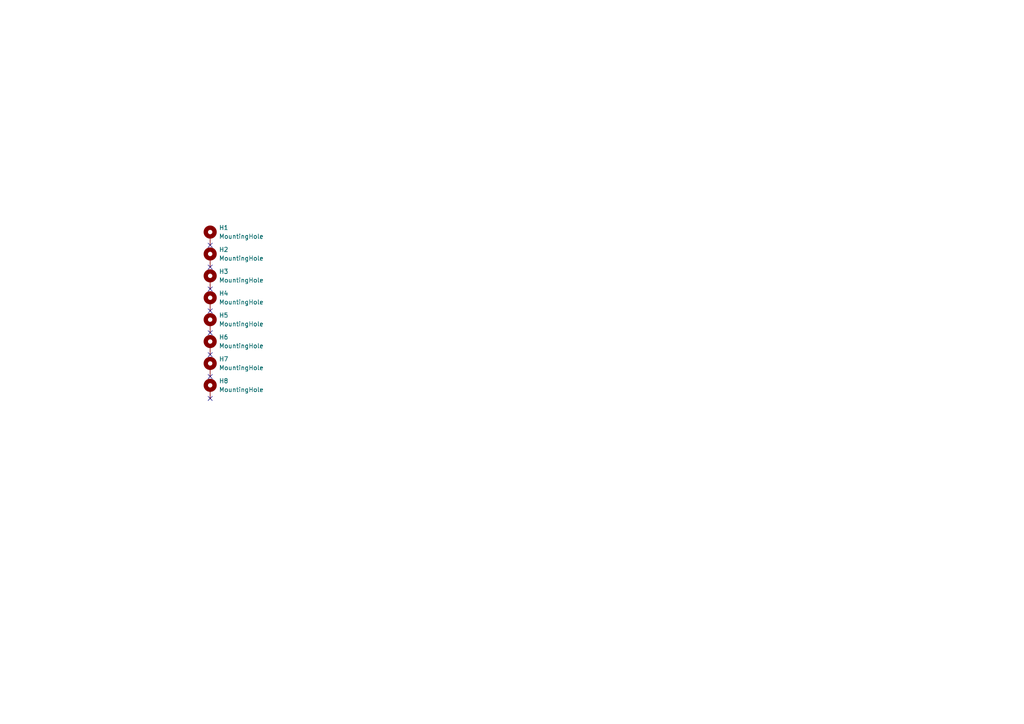
<source format=kicad_sch>
(kicad_sch (version 20231120) (generator "eeschema") (generator_version "8.0")
  (paper "A4")
  (lib_symbols
    (symbol "Mechanical:MountingHole_Pad" (pin_numbers hide) (pin_names (offset 1.016) hide)
      (property "Reference" "H" (at 0 6.35 0))
      (property "Value" "MountingHole_Pad" (at 0 4.445 0))
      (symbol "MountingHole_Pad_0_1"
        (circle (center 0 1.27) (radius 1.27) (stroke (width 1.27)))
      )
      (symbol "MountingHole_Pad_1_1"
        (pin input line (at 0 -2.54 90) (length 2.54) (name "1") (number "1"))
      )
    )
  )
  (no_connect (at 60.96 71.12))
  (no_connect (at 60.96 115.57))
  (no_connect (at 60.96 96.52))
  (no_connect (at 60.96 109.22))
  (no_connect (at 60.96 90.17))
  (no_connect (at 60.96 77.47))
  (no_connect (at 60.96 102.87))
  (no_connect (at 60.96 83.82))
  (symbol (lib_id "Mechanical:MountingHole_Pad") (at 60.96 93.98 0) (unit 1)
    (property "Reference" "H5" (at 63.5 91.4399 0) (effects (justify left)))
    (property "Value" "MountingHole" (at 63.5 93.9799 0) (effects (justify left)))
    (property "Footprint" "MountingHole:MountingHole_3.2mm_M3_Pad_TopBottom" (effects (hide yes)))
    (property "Description" "Mounting Hole with connection" (effects (hide yes)))
  )
  (symbol (lib_id "Mechanical:MountingHole_Pad") (at 60.96 113.03 0) (unit 1)
    (property "Reference" "H8" (at 63.5 110.4899 0) (effects (justify left)))
    (property "Value" "MountingHole" (at 63.5 113.0299 0) (effects (justify left)))
    (property "Footprint" "MountingHole:MountingHole_3.2mm_M3_Pad_TopBottom" (effects (hide yes)))
    (property "Description" "Mounting Hole with connection" (effects (hide yes)))
  )
  (symbol (lib_id "Mechanical:MountingHole_Pad") (at 60.96 74.93 0) (unit 1)
    (property "Reference" "H2" (at 63.5 72.3899 0) (effects (justify left)))
    (property "Value" "MountingHole" (at 63.5 74.9299 0) (effects (justify left)))
    (property "Footprint" "MountingHole:MountingHole_3.2mm_M3_Pad_TopBottom" (effects (hide yes)))
    (property "Description" "Mounting Hole with connection" (effects (hide yes)))
  )
  (symbol (lib_id "Mechanical:MountingHole_Pad") (at 60.96 87.63 0) (unit 1)
    (property "Reference" "H4" (at 63.5 85.0899 0) (effects (justify left)))
    (property "Value" "MountingHole" (at 63.5 87.6299 0) (effects (justify left)))
    (property "Footprint" "MountingHole:MountingHole_3.2mm_M3_Pad_TopBottom" (effects (hide yes)))
    (property "Description" "Mounting Hole with connection" (effects (hide yes)))
  )
  (symbol (lib_id "Mechanical:MountingHole_Pad") (at 60.96 106.68 0) (unit 1)
    (property "Reference" "H7" (at 63.5 104.1399 0) (effects (justify left)))
    (property "Value" "MountingHole" (at 63.5 106.6799 0) (effects (justify left)))
    (property "Footprint" "MountingHole:MountingHole_3.2mm_M3_Pad_TopBottom" (effects (hide yes)))
    (property "Description" "Mounting Hole with connection" (effects (hide yes)))
  )
  (symbol (lib_id "Mechanical:MountingHole_Pad") (at 60.96 100.33 0) (unit 1)
    (property "Reference" "H6" (at 63.5 97.7899 0) (effects (justify left)))
    (property "Value" "MountingHole" (at 63.5 100.3299 0) (effects (justify left)))
    (property "Footprint" "MountingHole:MountingHole_3.2mm_M3_Pad_TopBottom" (effects (hide yes)))
    (property "Description" "Mounting Hole with connection" (effects (hide yes)))
  )
  (symbol (lib_id "Mechanical:MountingHole_Pad") (at 60.96 68.58 0) (unit 1)
    (property "Reference" "H1" (at 63.5 66.0399 0) (effects (justify left)))
    (property "Value" "MountingHole" (at 63.5 68.5799 0) (effects (justify left)))
    (property "Footprint" "MountingHole:MountingHole_3.2mm_M3_Pad_TopBottom" (effects (hide yes)))
    (property "Description" "Mounting Hole with connection" (effects (hide yes)))
  )
  (symbol (lib_id "Mechanical:MountingHole_Pad") (at 60.96 81.28 0) (unit 1)
    (property "Reference" "H3" (at 63.5 78.7399 0) (effects (justify left)))
    (property "Value" "MountingHole" (at 63.5 81.2799 0) (effects (justify left)))
    (property "Footprint" "MountingHole:MountingHole_3.2mm_M3_Pad_TopBottom" (effects (hide yes)))
    (property "Description" "Mounting Hole with connection" (effects (hide yes)))
  )
)
</source>
